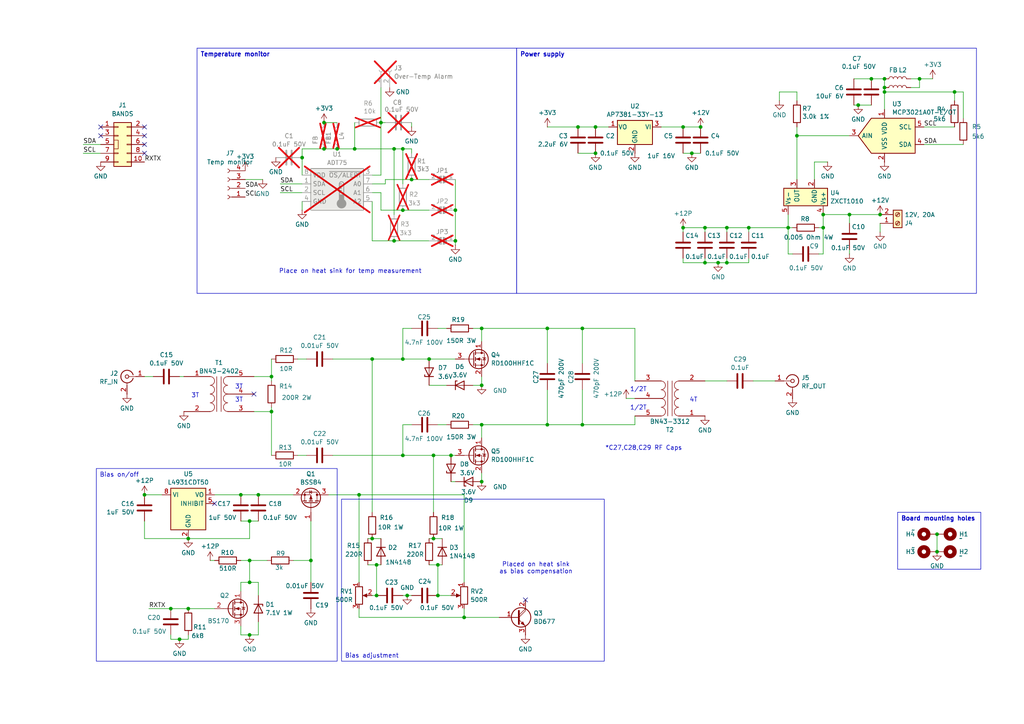
<source format=kicad_sch>
(kicad_sch (version 20231120) (generator "eeschema") (generator_version "8.0")
  (paper "A4")
  (title_block (title "K9HZ 100W 1-54 MHz 12V PA") (date "2024-07-21") (rev "V1.04") (comment 1 "Layout by OG King - KI3P") (comment 2 "Designed by WJ Schmidt - K9HZ") (comment 3 "Copyright 2024 WJ Schmidt - K9HZ"))
  (junction (at 54.61 156.21))
  (junction (at 238.76 66.04))
  (junction (at 78.74 119.38))
  (junction (at 116.84 132.08))
  (junction (at 210.82 76.2))
  (junction (at 54.61 176.53))
  (junction (at 200.66 44.45))
  (junction (at 228.6 66.04))
  (junction (at 72.39 168.91))
  (junction (at 97.79 43.18))
  (junction (at 93.98 43.18))
  (junction (at 124.46 104.14))
  (junction (at 49.53 176.53))
  (junction (at 204.47 66.04))
  (junction (at 119.38 52.07))
  (junction (at 134.62 179.07))
  (junction (at 266.7 22.86))
  (junction (at 271.78 154.94))
  (junction (at 116.84 43.18))
  (junction (at 255.27 62.23))
  (junction (at 72.39 162.56))
  (junction (at 90.17 162.56))
  (junction (at 172.72 36.83))
  (junction (at 217.17 66.04))
  (junction (at 252.73 22.86))
  (junction (at 198.12 66.04))
  (junction (at 41.91 143.51))
  (junction (at 125.73 132.08))
  (junction (at 127 172.72))
  (junction (at 276.86 26.67))
  (junction (at 52.07 185.42))
  (junction (at 78.74 109.22))
  (junction (at 167.64 36.83))
  (junction (at 110.49 35.56))
  (junction (at 132.08 69.85))
  (junction (at 69.85 143.51))
  (junction (at 125.73 156.21))
  (junction (at 109.22 172.72))
  (junction (at 116.84 60.96))
  (junction (at 210.82 66.04))
  (junction (at 168.91 95.25))
  (junction (at 118.11 172.72))
  (junction (at 238.76 62.23))
  (junction (at 139.7 111.76))
  (junction (at 139.7 95.25))
  (junction (at 158.75 95.25))
  (junction (at 246.38 62.23))
  (junction (at 102.87 43.18))
  (junction (at 168.91 123.19))
  (junction (at 127 163.83))
  (junction (at 271.78 160.02))
  (junction (at 104.14 143.51))
  (junction (at 72.39 151.13))
  (junction (at 139.7 123.19))
  (junction (at 208.28 76.2))
  (junction (at 109.22 163.83))
  (junction (at 139.7 139.7))
  (junction (at 132.08 60.96))
  (junction (at 107.95 104.14))
  (junction (at 114.3 43.18))
  (junction (at 198.12 36.83))
  (junction (at 130.81 132.08))
  (junction (at 256.54 25.4))
  (junction (at 204.47 76.2))
  (junction (at 203.2 36.83))
  (junction (at 231.14 39.37))
  (junction (at 114.3 69.85))
  (junction (at 248.92 30.48))
  (junction (at 93.98 35.56))
  (junction (at 158.75 123.19))
  (junction (at 256.54 26.67))
  (junction (at 256.54 22.86))
  (junction (at 74.93 143.51))
  (junction (at 107.95 156.21))
  (junction (at 87.63 45.72))
  (junction (at 172.72 44.45))
  (junction (at 116.84 104.14))
  (junction (at 72.39 184.15))
  (no_connect (at 41.91 39.37))
  (no_connect (at 73.66 114.3))
  (no_connect (at 152.4 173.99))
  (no_connect (at 29.21 39.37))
  (no_connect (at 29.21 36.83))
  (no_connect (at 41.91 41.91))
  (no_connect (at 41.91 36.83))
  (no_connect (at 41.91 44.45))
  (no_connect (at 62.23 146.05))
  (wire (pts (xy 110.49 60.96) (xy 116.84 60.96)))
  (wire (pts (xy 210.82 67.31) (xy 210.82 66.04)))
  (wire (pts (xy 107.95 156.21) (xy 110.49 156.21)))
  (wire (pts (xy 270.51 22.86) (xy 266.7 22.86)))
  (wire (pts (xy 158.75 95.25) (xy 139.7 95.25)))
  (wire (pts (xy 119.38 123.19) (xy 116.84 123.19)))
  (wire (pts (xy 228.6 73.66) (xy 228.6 66.04)))
  (wire (pts (xy 110.49 35.56) (xy 111.76 35.56)))
  (wire (pts (xy 218.44 110.49) (xy 224.79 110.49)))
  (wire (pts (xy 132.08 139.7) (xy 130.81 139.7)))
  (wire (pts (xy 198.12 44.45) (xy 200.66 44.45)))
  (wire (pts (xy 69.85 168.91) (xy 72.39 168.91)))
  (wire (pts (xy 78.74 118.11) (xy 78.74 119.38)))
  (wire (pts (xy 72.39 162.56) (xy 77.47 162.56)))
  (wire (pts (xy 81.28 55.88) (xy 87.63 55.88)))
  (wire (pts (xy 114.3 43.18) (xy 116.84 43.18)))
  (wire (pts (xy 69.85 143.51) (xy 74.93 143.51)))
  (wire (pts (xy 181.61 115.57) (xy 184.15 115.57)))
  (wire (pts (xy 217.17 66.04) (xy 228.6 66.04)))
  (wire (pts (xy 247.65 30.48) (xy 248.92 30.48)))
  (wire (pts (xy 198.12 36.83) (xy 203.2 36.83)))
  (wire (pts (xy 49.53 185.42) (xy 52.07 185.42)))
  (wire (pts (xy 102.87 35.56) (xy 102.87 43.18)))
  (wire (pts (xy 139.7 109.22) (xy 139.7 111.76)))
  (wire (pts (xy 116.84 60.96) (xy 124.46 60.96)))
  (wire (pts (xy 267.97 36.83) (xy 276.86 36.83)))
  (wire (pts (xy 110.49 35.56) (xy 110.49 50.8)))
  (wire (pts (xy 139.7 137.16) (xy 139.7 139.7)))
  (wire (pts (xy 226.06 26.67) (xy 226.06 29.21)))
  (wire (pts (xy 252.73 22.86) (xy 256.54 22.86)))
  (wire (pts (xy 256.54 25.4) (xy 256.54 26.67)))
  (wire (pts (xy 116.84 43.18) (xy 116.84 53.34)))
  (wire (pts (xy 69.85 151.13) (xy 72.39 151.13)))
  (wire (pts (xy 210.82 76.2) (xy 217.17 76.2)))
  (wire (pts (xy 106.68 163.83) (xy 109.22 163.83)))
  (wire (pts (xy 114.3 69.85) (xy 124.46 69.85)))
  (wire (pts (xy 107.95 55.88) (xy 110.49 55.88)))
  (wire (pts (xy 86.36 132.08) (xy 88.9 132.08)))
  (wire (pts (xy 72.39 151.13) (xy 74.93 151.13)))
  (wire (pts (xy 104.14 176.53) (xy 104.14 179.07)))
  (wire (pts (xy 130.81 132.08) (xy 125.73 132.08)))
  (wire (pts (xy 134.62 179.07) (xy 134.62 176.53)))
  (wire (pts (xy 228.6 66.04) (xy 229.87 66.04)))
  (wire (pts (xy 256.54 26.67) (xy 256.54 31.75)))
  (wire (pts (xy 74.93 184.15) (xy 74.93 180.34)))
  (wire (pts (xy 158.75 123.19) (xy 139.7 123.19)))
  (wire (pts (xy 231.14 36.83) (xy 231.14 39.37)))
  (wire (pts (xy 130.81 132.08) (xy 132.08 132.08)))
  (wire (pts (xy 246.38 62.23) (xy 255.27 62.23)))
  (wire (pts (xy 139.7 123.19) (xy 139.7 127)))
  (wire (pts (xy 184.15 123.19) (xy 168.91 123.19)))
  (wire (pts (xy 184.15 120.65) (xy 184.15 123.19)))
  (wire (pts (xy 116.84 123.19) (xy 116.84 132.08)))
  (wire (pts (xy 107.95 53.34) (xy 111.76 53.34)))
  (wire (pts (xy 107.95 104.14) (xy 96.52 104.14)))
  (wire (pts (xy 85.09 162.56) (xy 90.17 162.56)))
  (wire (pts (xy 41.91 151.13) (xy 41.91 156.21)))
  (wire (pts (xy 144.78 179.07) (xy 134.62 179.07)))
  (wire (pts (xy 44.45 109.22) (xy 41.91 109.22)))
  (wire (pts (xy 217.17 67.31) (xy 217.17 66.04)))
  (wire (pts (xy 78.74 119.38) (xy 73.66 119.38)))
  (wire (pts (xy 137.16 95.25) (xy 139.7 95.25)))
  (wire (pts (xy 90.17 151.13) (xy 90.17 162.56)))
  (wire (pts (xy 198.12 66.04) (xy 204.47 66.04)))
  (wire (pts (xy 210.82 74.93) (xy 210.82 76.2)))
  (wire (pts (xy 78.74 119.38) (xy 78.74 132.08)))
  (wire (pts (xy 125.73 148.59) (xy 125.73 132.08)))
  (wire (pts (xy 109.22 172.72) (xy 107.95 172.72)))
  (wire (pts (xy 139.7 95.25) (xy 139.7 99.06)))
  (wire (pts (xy 109.22 163.83) (xy 110.49 163.83)))
  (wire (pts (xy 93.98 35.56) (xy 97.79 35.56)))
  (wire (pts (xy 198.12 76.2) (xy 204.47 76.2)))
  (wire (pts (xy 104.14 179.07) (xy 134.62 179.07)))
  (wire (pts (xy 198.12 74.93) (xy 198.12 76.2)))
  (wire (pts (xy 78.74 109.22) (xy 73.66 109.22)))
  (wire (pts (xy 236.22 52.07) (xy 236.22 46.99)))
  (wire (pts (xy 210.82 66.04) (xy 217.17 66.04)))
  (wire (pts (xy 107.95 50.8) (xy 110.49 50.8)))
  (wire (pts (xy 204.47 66.04) (xy 210.82 66.04)))
  (wire (pts (xy 167.64 36.83) (xy 158.75 36.83)))
  (wire (pts (xy 49.53 184.15) (xy 49.53 185.42)))
  (wire (pts (xy 43.18 176.53) (xy 49.53 176.53)))
  (wire (pts (xy 248.92 30.48) (xy 252.73 30.48)))
  (wire (pts (xy 266.7 25.4) (xy 264.16 25.4)))
  (wire (pts (xy 246.38 72.39) (xy 246.38 73.66)))
  (wire (pts (xy 231.14 29.21) (xy 231.14 26.67)))
  (wire (pts (xy 24.13 44.45) (xy 29.21 44.45)))
  (wire (pts (xy 52.07 185.42) (xy 54.61 185.42)))
  (wire (pts (xy 127 95.25) (xy 129.54 95.25)))
  (wire (pts (xy 69.85 162.56) (xy 72.39 162.56)))
  (wire (pts (xy 119.38 43.18) (xy 119.38 44.45)))
  (wire (pts (xy 107.95 148.59) (xy 107.95 104.14)))
  (wire (pts (xy 184.15 95.25) (xy 168.91 95.25)))
  (wire (pts (xy 24.13 41.91) (xy 29.21 41.91)))
  (wire (pts (xy 69.85 184.15) (xy 72.39 184.15)))
  (wire (pts (xy 78.74 110.49) (xy 78.74 109.22)))
  (wire (pts (xy 72.39 162.56) (xy 72.39 168.91)))
  (wire (pts (xy 217.17 76.2) (xy 217.17 74.93)))
  (wire (pts (xy 81.28 53.34) (xy 87.63 53.34)))
  (wire (pts (xy 72.39 156.21) (xy 54.61 156.21)))
  (wire (pts (xy 198.12 66.04) (xy 198.12 67.31)))
  (wire (pts (xy 191.77 36.83) (xy 198.12 36.83)))
  (wire (pts (xy 116.84 95.25) (xy 116.84 104.14)))
  (wire (pts (xy 72.39 184.15) (xy 74.93 184.15)))
  (wire (pts (xy 137.16 111.76) (xy 139.7 111.76)))
  (wire (pts (xy 127 163.83) (xy 128.27 163.83)))
  (wire (pts (xy 130.81 172.72) (xy 127 172.72)))
  (wire (pts (xy 132.08 60.96) (xy 132.08 69.85)))
  (wire (pts (xy 119.38 35.56) (xy 119.38 36.83)))
  (wire (pts (xy 104.14 143.51) (xy 134.62 143.51)))
  (wire (pts (xy 95.25 143.51) (xy 104.14 143.51)))
  (wire (pts (xy 176.53 36.83) (xy 172.72 36.83)))
  (wire (pts (xy 124.46 104.14) (xy 132.08 104.14)))
  (wire (pts (xy 231.14 26.67) (xy 226.06 26.67)))
  (wire (pts (xy 111.76 52.07) (xy 119.38 52.07)))
  (wire (pts (xy 54.61 176.53) (xy 62.23 176.53)))
  (wire (pts (xy 124.46 163.83) (xy 127 163.83)))
  (wire (pts (xy 247.65 22.86) (xy 252.73 22.86)))
  (wire (pts (xy 62.23 143.51) (xy 69.85 143.51)))
  (wire (pts (xy 78.74 104.14) (xy 78.74 109.22)))
  (wire (pts (xy 116.84 43.18) (xy 119.38 43.18)))
  (wire (pts (xy 168.91 123.19) (xy 158.75 123.19)))
  (wire (pts (xy 97.79 43.18) (xy 102.87 43.18)))
  (wire (pts (xy 264.16 22.86) (xy 266.7 22.86)))
  (wire (pts (xy 86.36 104.14) (xy 88.9 104.14)))
  (wire (pts (xy 110.49 25.4) (xy 110.49 35.56)))
  (wire (pts (xy 69.85 181.61) (xy 69.85 184.15)))
  (wire (pts (xy 238.76 73.66) (xy 238.76 66.04)))
  (wire (pts (xy 276.86 26.67) (xy 279.4 26.67)))
  (wire (pts (xy 116.84 132.08) (xy 96.52 132.08)))
  (wire (pts (xy 41.91 156.21) (xy 54.61 156.21)))
  (wire (pts (xy 116.84 132.08) (xy 125.73 132.08)))
  (wire (pts (xy 271.78 154.94) (xy 271.78 160.02)))
  (wire (pts (xy 116.84 172.72) (xy 118.11 172.72)))
  (wire (pts (xy 71.12 52.07) (xy 76.2 52.07)))
  (wire (pts (xy 236.22 46.99) (xy 240.03 46.99)))
  (wire (pts (xy 54.61 185.42) (xy 54.61 184.15)))
  (wire (pts (xy 127 123.19) (xy 129.54 123.19)))
  (wire (pts (xy 74.93 168.91) (xy 74.93 172.72)))
  (wire (pts (xy 267.97 41.91) (xy 279.4 41.91)))
  (wire (pts (xy 41.91 143.51) (xy 46.99 143.51)))
  (wire (pts (xy 109.22 163.83) (xy 109.22 172.72)))
  (wire (pts (xy 204.47 76.2) (xy 208.28 76.2)))
  (wire (pts (xy 119.38 95.25) (xy 116.84 95.25)))
  (wire (pts (xy 229.87 73.66) (xy 228.6 73.66)))
  (wire (pts (xy 87.63 43.18) (xy 87.63 45.72)))
  (wire (pts (xy 69.85 171.45) (xy 69.85 168.91)))
  (wire (pts (xy 74.93 143.51) (xy 85.09 143.51)))
  (wire (pts (xy 246.38 62.23) (xy 246.38 64.77)))
  (wire (pts (xy 204.47 74.93) (xy 204.47 76.2)))
  (wire (pts (xy 111.76 53.34) (xy 111.76 52.07)))
  (wire (pts (xy 49.53 176.53) (xy 54.61 176.53)))
  (wire (pts (xy 266.7 22.86) (xy 266.7 25.4)))
  (wire (pts (xy 238.76 66.04) (xy 238.76 62.23)))
  (wire (pts (xy 184.15 110.49) (xy 184.15 95.25)))
  (wire (pts (xy 90.17 162.56) (xy 90.17 168.91)))
  (wire (pts (xy 168.91 113.03) (xy 168.91 123.19)))
  (wire (pts (xy 255.27 64.77) (xy 255.27 67.31)))
  (wire (pts (xy 279.4 26.67) (xy 279.4 34.29)))
  (wire (pts (xy 208.28 76.2) (xy 210.82 76.2)))
  (wire (pts (xy 276.86 26.67) (xy 276.86 29.21)))
  (wire (pts (xy 167.64 44.45) (xy 172.72 44.45)))
  (wire (pts (xy 127 163.83) (xy 127 172.72)))
  (wire (pts (xy 129.54 111.76) (xy 124.46 111.76)))
  (wire (pts (xy 124.46 156.21) (xy 125.73 156.21)))
  (wire (pts (xy 72.39 168.91) (xy 74.93 168.91)))
  (wire (pts (xy 125.73 156.21) (xy 128.27 156.21)))
  (wire (pts (xy 60.96 162.56) (xy 62.23 162.56)))
  (wire (pts (xy 134.62 143.51) (xy 134.62 168.91)))
  (wire (pts (xy 238.76 62.23) (xy 246.38 62.23)))
  (wire (pts (xy 93.98 43.18) (xy 97.79 43.18)))
  (wire (pts (xy 114.3 62.23) (xy 114.3 43.18)))
  (wire (pts (xy 87.63 58.42) (xy 87.63 60.96)))
  (wire (pts (xy 237.49 73.66) (xy 238.76 73.66)))
  (wire (pts (xy 231.14 39.37) (xy 246.38 39.37)))
  (wire (pts (xy 237.49 66.04) (xy 238.76 66.04)))
  (wire (pts (xy 256.54 22.86) (xy 256.54 25.4)))
  (wire (pts (xy 172.72 36.83) (xy 167.64 36.83)))
  (wire (pts (xy 102.87 43.18) (xy 114.3 43.18)))
  (wire (pts (xy 132.08 52.07) (xy 132.08 60.96)))
  (wire (pts (xy 93.98 43.18) (xy 87.63 43.18)))
  (wire (pts (xy 107.95 58.42) (xy 107.95 69.85)))
  (wire (pts (xy 107.95 69.85) (xy 114.3 69.85)))
  (wire (pts (xy 106.68 156.21) (xy 107.95 156.21)))
  (wire (pts (xy 116.84 104.14) (xy 124.46 104.14)))
  (wire (pts (xy 204.47 110.49) (xy 210.82 110.49)))
  (wire (pts (xy 110.49 55.88) (xy 110.49 60.96)))
  (wire (pts (xy 107.95 104.14) (xy 116.84 104.14)))
  (wire (pts (xy 168.91 95.25) (xy 168.91 105.41)))
  (wire (pts (xy 158.75 113.03) (xy 158.75 123.19)))
  (wire (pts (xy 204.47 67.31) (xy 204.47 66.04)))
  (wire (pts (xy 168.91 95.25) (xy 158.75 95.25)))
  (wire (pts (xy 158.75 95.25) (xy 158.75 105.41)))
  (wire (pts (xy 228.6 66.04) (xy 228.6 62.23)))
  (wire (pts (xy 119.38 52.07) (xy 124.46 52.07)))
  (wire (pts (xy 52.07 109.22) (xy 53.34 109.22)))
  (wire (pts (xy 256.54 26.67) (xy 276.86 26.67)))
  (wire (pts (xy 87.63 45.72) (xy 87.63 50.8)))
  (wire (pts (xy 104.14 143.51) (xy 104.14 168.91)))
  (wire (pts (xy 132.08 69.85) (xy 132.08 71.12)))
  (wire (pts (xy 231.14 39.37) (xy 231.14 52.07)))
  (wire (pts (xy 137.16 123.19) (xy 139.7 123.19)))
  (wire (pts (xy 118.11 172.72) (xy 119.38 172.72)))
  (wire (pts (xy 200.66 44.45) (xy 203.2 44.45)))
  (wire (pts (xy 72.39 151.13) (xy 72.39 156.21)))
  (text_box "Temperature monitor" (at 57.15 13.97 0) (size 92.71 71.12) (effects (font (size 1.27 1.27) (thickness 0.254) (bold yes)) (justify left top)))
  (text_box "Bias on/off" (at 27.94 135.89 0) (size 69.85 55.88) (effects (font (size 1.27 1.27)) (justify left top)))
  (text_box "Power supply" (at 149.86 13.97 0) (size 133.35 71.12) (effects (font (size 1.27 1.27) (thickness 0.254) (bold yes)) (justify left top)))
  (text_box "Bias adjustment" (at 99.06 144.78 0) (size 76.2 46.99) (effects (font (size 1.27 1.27)) (justify left bottom)))
  (text_box "Board mounting holes" (at 260.35 148.59 0) (size 24.13 16.51) (effects (font (size 1.27 1.27) (thickness 0.254) (bold yes)) (justify left top)))
  (text "4T" (at 201.168 116.078 0) (effects (font (size 1.27 1.27))))
  (text "Place on heat sink for temp measurement" (at 101.6 78.74 0) (effects (font (size 1.27 1.27))))
  (text "3T" (at 56.642 114.808 0) (effects (font (size 1.27 1.27))))
  (text "*C27,C28,C29 RF Caps" (at 186.69 130.048 0) (effects (font (size 1.27 1.27))))
  (text "1/2T" (at 185.166 118.364 0) (effects (font (size 1.27 1.27))))
  (text "Placed on heat sink\nas bias compensation" (at 155.448 164.846 0) (effects (font (size 1.27 1.27))))
  (text "3T" (at 69.342 112.268 0) (effects (font (size 1.27 1.27))))
  (text "3T" (at 69.342 116.078 0) (effects (font (size 1.27 1.27))))
  (text "1/2T" (at 185.166 113.03 0) (effects (font (size 1.27 1.27))))
  (label "SCL" (at 267.97 36.83 0))
  (label "SDA" (at 24.13 41.91 0))
  (label "SCL" (at 71.12 57.15 0))
  (label "SDA" (at 71.12 54.61 0))
  (label "RXTX" (at 41.91 46.99 0))
  (label "SDA" (at 267.97 41.91 0))
  (label "SCL" (at 81.28 55.88 0))
  (label "RXTX" (at 43.18 176.53 0))
  (label "SCL" (at 24.13 44.45 0))
  (label "SDA" (at 81.28 53.34 0))
  (symbol (lib_id "power:GND") (at 36.83 114.3 0) (unit 1)
    (property "Reference" "#PWR023" (effects (hide yes)))
    (property "Value" "GND" (at 36.83 118.4331 0))
    (property "Description" "Power symbol creates a global label with name \"GND\" , ground" (effects (hide yes)))
  )
  (symbol (lib_id "power:GND") (at 208.28 76.2 0) (unit 1)
    (property "Reference" "#PWR021" (effects (hide yes)))
    (property "Value" "GND" (at 208.28 80.3331 0))
    (property "Description" "Power symbol creates a global label with name \"GND\" , ground" (effects (hide yes)))
  )
  (symbol (lib_id "Device:R") (at 276.86 33.02 0) (unit 1)
    (property "Reference" "R4" (at 274.3779 31.6899 0) (effects (justify right)))
    (property "Value" "5k6" (at 274.3779 34.4839 0) (effects (justify right)))
    (property "Footprint" "Resistor_SMD:R_1206_3216Metric" (effects (hide yes)))
    (property "Mouser Part Number" "279-CRGCQ1206F5K6" (effects (hide yes)))
  )
  (symbol (lib_id "power:GND") (at 113.03 25.4 0) (unit 1)
    (property "Reference" "#PWR014" (effects (hide yes)))
    (property "Value" "GND" (at 116.84 26.67 0))
    (property "Description" "Power symbol creates a global label with name \"GND\" , ground" (effects (hide yes)))
  )
  (symbol (lib_id "power:GND") (at 256.54 46.99 0) (unit 1)
    (property "Reference" "#PWR011" (effects (hide yes)))
    (property "Value" "GND" (at 256.54 51.1231 0))
    (property "Description" "Power symbol creates a global label with name \"GND\" , ground" (effects (hide yes)))
  )
  (symbol (lib_id "power:GND") (at 90.17 176.53 0) (unit 1)
    (property "Reference" "#PWR027" (effects (hide yes)))
    (property "Value" "GND" (at 90.17 180.6631 0))
    (property "Description" "Power symbol creates a global label with name \"GND\" , ground" (effects (hide yes)))
  )
  (symbol (lib_id "Device:R") (at 133.35 95.25 270) (mirror x) (unit 1)
    (property "Reference" "R19" (at 134.874 92.71 90) (effects (justify right)))
    (property "Value" "150R 3W" (at 138.176 98.806 90) (effects (justify right)))
    (property "Footprint" "Resistor_THT:R_Axial_DIN0614_L14.3mm_D5.7mm_P25.40mm_Horizontal" (effects (hide yes)))
    (property "Mouser Part Number" "279-EP3WSS150RJ" (effects (hide yes)))
  )
  (symbol (lib_id "Mechanical:MountingHole_Pad") (at 274.32 154.94 270) (unit 1) (in_bom no)
    (property "Reference" "H1" (at 278.13 154.94 90) (effects (justify left)))
    (property "Value" "~" (at 278.13 156.1521 90) (effects (justify left)))
    (property "Footprint" "MountingHole:MountingHole_4.3mm_M4_DIN965_Pad" (effects (hide yes)))
  )
  (symbol (lib_id "Device:C") (at 123.19 123.19 270) (unit 1)
    (property "Reference" "C26" (at 124.968 119.888 90) (effects (justify right)))
    (property "Value" "4.7nF 100V" (at 128.524 127.254 90) (effects (justify right)))
    (property "Footprint" "Capacitor_SMD:C_1206_3216Metric" (effects (hide yes)))
    (property "Mouser Part Number" "80-C1206C472K5R " (effects (hide yes)))
  )
  (symbol (lib_id "T41:L4931CDT50") (at 54.61 143.51 0) (unit 1)
    (property "Reference" "U5" (at 54.61 137.4605 0))
    (property "Value" "L4931CDT50" (at 54.61 139.8848 0))
    (property "Footprint" "Package_SO:SO-8_3.9x4.9mm_P1.27mm" (effects (hide yes)))
    (property "Datasheet" "https://www.st.com/content/ccc/resource/technical/document/datasheet/ff/95/2f/6a/75/70/42/49/CD00000971.pdf/files/CD00000971.pdf/jcr:content/translations/en.CD00000971.pdf" (effects (hide yes)))
    (property "Description" "Very low drop voltage regulator" (effects (hide yes)))
    (property "Mouser Part Number" "511-L4931CDT50-TR" (effects (hide yes)))
  )
  (symbol (lib_id "Connector:Screw_Terminal_01x02") (at 260.35 64.77 0) (mirror x) (unit 1)
    (property "Reference" "J4" (at 262.382 64.7121 0) (effects (justify left)))
    (property "Value" "12V, 20A" (at 262.382 62.2879 0) (effects (justify left)))
    (property "Footprint" "TerminalBlock:TerminalBlock_bornier-2_P5.08mm" (effects (hide yes)))
  )
  (symbol (lib_id "Jumper:SolderJumper_2_Open") (at 128.27 69.85 0) (mirror y) (unit 1) (in_bom no) (on_board no) (dnp yes)
    (property "Reference" "JP3" (at 128.27 67.2409 0))
    (property "Value" "SolderJumper_2_Open" (effects (hide yes)))
    (property "Footprint" "Jumper:SolderJumper-2_P1.3mm_Open_TrianglePad1.0x1.5mm" (effects (hide yes)))
  )
  (symbol (lib_id "Diode:1N4148") (at 110.49 160.02 270) (unit 1)
    (property "Reference" "D2" (at 112.522 158.8078 90) (effects (justify left)))
    (property "Value" "1N4148" (at 111.76 163.068 90) (effects (justify left)))
    (property "Footprint" "Diode_SMD:D_SOD-523" (effects (hide yes)))
    (property "Datasheet" "https://assets.nexperia.com/documents/data-sheet/1N4148_1N4448.pdf" (effects (hide yes)))
    (property "Description" "100V 0.15A standard switching diode, DO-35" (effects (hide yes)))
    (property "Sim.Device" "D" (effects (hide yes)))
    (property "Sim.Pins" "1=K 2=A" (effects (hide yes)))
    (property "Mouser Part Number" "621-1N4148WT" (effects (hide yes)))
  )
  (symbol (lib_id "Device:R") (at 106.68 160.02 180) (unit 1)
    (property "Reference" "R15" (at 100.584 158.242 0) (effects (justify right)))
    (property "Value" "220R" (at 100.076 160.782 0) (effects (justify right)))
    (property "Footprint" "Resistor_SMD:R_1206_3216Metric" (effects (hide yes)))
    (property "Mouser Part Number" "279-CRG1206F220R" (effects (hide yes)))
  )
  (symbol (lib_id "Device:C") (at 123.19 95.25 270) (unit 1)
    (property "Reference" "C25" (at 124.968 91.948 90) (effects (justify right)))
    (property "Value" "4.7nF 100V" (at 128.524 99.314 90) (effects (justify right)))
    (property "Footprint" "Capacitor_SMD:C_1206_3216Metric" (effects (hide yes)))
    (property "Mouser Part Number" "80-C1206C472K5R " (effects (hide yes)))
  )
  (symbol (lib_id "Device:C") (at 204.47 71.12 0) (unit 1)
    (property "Reference" "C13" (at 209.042 68.326 0) (effects (justify right)))
    (property "Value" "0.1uF" (at 210.566 74.422 0) (effects (justify right)))
    (property "Footprint" "Capacitor_SMD:C_1206_3216Metric" (effects (hide yes)))
    (property "Mouser Part Number" "581-12065F104K4" (effects (hide yes)))
  )
  (symbol (lib_id "Device:R") (at 231.14 33.02 0) (mirror y) (unit 1)
    (property "Reference" "R7" (at 232.664 31.496 0) (effects (justify right)))
    (property "Value" "3.0k 1%" (at 232.664 33.782 0) (effects (justify right)))
    (property "Footprint" "Resistor_SMD:R_1206_3216Metric" (effects (hide yes)))
    (property "Mouser Part Number" "603-RT1206FRE073KL" (effects (hide yes)))
  )
  (symbol (lib_id "Device:C") (at 92.71 104.14 90) (unit 1)
    (property "Reference" "C21" (at 92.71 97.8367 90))
    (property "Value" "0.01uF 50V" (at 92.71 100.2609 90))
    (property "Footprint" "Capacitor_SMD:C_1206_3216Metric" (effects (hide yes)))
    (property "Mouser Part Number" "80-C1206C103K5R7210 " (effects (hide yes)))
  )
  (symbol (lib_id "T41:ADT75") (at 95.25 53.34 0) (unit 1) (in_bom no) (on_board no) (dnp yes)
    (property "Reference" "U1" (at 97.79 44.7505 0))
    (property "Value" "ADT75" (at 97.79 47.1748 0))
    (property "Footprint" "Package_SO:MSOP-8_3x3mm_P0.65mm" (effects (hide yes)))
    (property "Datasheet" "https://www.analog.com/media/en/technical-documentation/data-sheets/ADT75.pdf" (effects (hide yes)))
    (property "Description" "±1°C Accurate, 12-Bit Digital Temperature Sensor" (effects (hide yes)))
    (property "Mouser Part Number" "584-ADT75ARMZ-R" (effects (hide yes)))
  )
  (symbol (lib_id "Device:C") (at 90.17 172.72 180) (unit 1)
    (property "Reference" "C19" (at 91.44 175.514 0) (effects (justify right)))
    (property "Value" "0.01uF 50V" (at 82.804 169.926 0) (effects (justify right)))
    (property "Footprint" "Capacitor_SMD:C_1206_3216Metric" (effects (hide yes)))
    (property "Mouser Part Number" "80-C1206C103K5R7210 " (effects (hide yes)))
  )
  (symbol (lib_id "Device:C") (at 113.03 172.72 90) (unit 1)
    (property "Reference" "C23" (at 113.538 168.91 90))
    (property "Value" "0.1uF 50V" (at 112.014 176.276 90))
    (property "Footprint" "Capacitor_SMD:C_1206_3216Metric" (effects (hide yes)))
    (property "Mouser Part Number" "581-12065F104K4" (effects (hide yes)))
  )
  (symbol (lib_id "power:+12P") (at 198.12 66.04 0) (unit 1)
    (property "Reference" "#PWR022" (effects (hide yes)))
    (property "Value" "+12P" (at 198.12 61.9069 0))
    (property "Description" "Power symbol creates a global label with name \"+12P\"" (effects (hide yes)))
  )
  (symbol (lib_id "Device:C") (at 49.53 180.34 0) (mirror x) (unit 1)
    (property "Reference" "C20" (at 46.609 179.1278 0) (effects (justify right)))
    (property "Value" "0.1uF 50V" (at 48.26 183.134 0) (effects (justify right)))
    (property "Footprint" "Capacitor_SMD:C_1206_3216Metric" (effects (hide yes)))
    (property "Mouser Part Number" "581-12065F104K4" (effects (hide yes)))
  )
  (symbol (lib_id "Device:Q_NMOS_DSG") (at 137.16 104.14 0) (unit 1)
    (property "Reference" "Q4" (at 142.367 102.9278 0) (effects (justify left)))
    (property "Value" "RD100HHF1C" (at 142.367 105.3521 0) (effects (justify left)))
    (property "Footprint" "T41_Library:RD100HHF1-suspended" (effects (hide yes)))
    (property "Description" "N-MOSFET transistor, drain/source/gate" (effects (hide yes)))
  )
  (symbol (lib_id "Device:R") (at 82.55 104.14 90) (mirror x) (unit 1)
    (property "Reference" "R12" (at 81.026 101.6 90) (effects (justify right)))
    (property "Value" "10R" (at 81.026 106.934 90) (effects (justify right)))
    (property "Footprint" "Resistor_SMD:R_1206_3216Metric" (effects (hide yes)))
    (property "Mouser Part Number" "279-CRG1206F10R" (effects (hide yes)))
  )
  (symbol (lib_id "Transistor_FET:BSS84") (at 90.17 146.05 270) (mirror x) (unit 1)
    (property "Reference" "Q1" (at 90.17 137.4605 90))
    (property "Value" "BSS84" (at 90.17 139.8848 90))
    (property "Footprint" "Package_TO_SOT_SMD:SOT-23" (effects (hide yes)))
    (property "Datasheet" "http://assets.nexperia.com/documents/data-sheet/BSS84.pdf" (effects (hide yes)))
    (property "Description" "-0.13A Id, -50V Vds, P-Channel MOSFET, SOT-23" (effects (hide yes)))
    (property "Mouser Part Number" "512-BSS84" (effects (hide yes)))
  )
  (symbol (lib_id "Connector:Conn_Coaxial") (at 229.87 110.49 0) (unit 1)
    (property "Reference" "J5" (at 232.4101 109.5711 0) (effects (justify left)))
    (property "Value" "RF_OUT" (at 232.4101 111.9953 0) (effects (justify left)))
    (property "Footprint" "Connector_Coaxial:SMA_Amphenol_901-144_Vertical" (effects (hide yes)))
  )
  (symbol (lib_id "T41:MCP3021A0T-E/OT") (at 256.54 39.37 0) (unit 1)
    (property "Reference" "U3" (at 258.7341 30.1455 0) (effects (justify left)))
    (property "Value" "MCP3021A0T-E/OT" (at 258.7341 32.5698 0) (effects (justify left)))
    (property "Footprint" "Package_TO_SOT_SMD:SOT-23-5_HandSoldering" (effects (hide yes)))
    (property "Datasheet" "https://ww1.microchip.com/downloads/aemDocuments/documents/APID/ProductDocuments/DataSheets/20001805C.pdf" (effects (hide yes)))
    (property "Description" "10-Bit A/D Converter with I2C Interface" (effects (hide yes)))
    (property "Mouser Part Number" "579-MCP3021A0T-E/OT" (effects (hide yes)))
  )
  (symbol (lib_id "Device:R") (at 119.38 48.26 0) (mirror y) (unit 1) (in_bom no) (on_board no) (dnp yes)
    (property "Reference" "R1" (at 120.904 46.736 0) (effects (justify right)))
    (property "Value" "3k3" (at 120.904 49.022 0) (effects (justify right)))
    (property "Footprint" "Resistor_SMD:R_1206_3216Metric" (effects (hide yes)))
    (property "Mouser Part Number" "279-CRGCQ1206F3K3" (effects (hide yes)))
  )
  (symbol (lib_id "Device:R") (at 279.4 38.1 0) (mirror y) (unit 1)
    (property "Reference" "R5" (at 281.8821 36.7699 0) (effects (justify right)))
    (property "Value" "5k6" (at 281.8821 39.5639 0) (effects (justify right)))
    (property "Footprint" "Resistor_SMD:R_1206_3216Metric" (effects (hide yes)))
    (property "Mouser Part Number" "279-CRGCQ1206F5K6" (effects (hide yes)))
  )
  (symbol (lib_id "Device:R") (at 233.68 66.04 90) (mirror x) (unit 1)
    (property "Reference" "R8" (at 232.156 63.5 90) (effects (justify right)))
    (property "Value" "0.005 Ohm 4W" (at 227.33 68.834 90) (effects (justify right)))
    (property "Footprint" "Resistor_SMD:R_2010_5025Metric_Pad1.40x2.65mm_HandSolder" (effects (hide yes)))
    (property "Mouser Part Number" "755-GMR50HJAAFD5L00" (effects (hide yes)))
  )
  (symbol (lib_id "Device:C") (at 123.19 172.72 90) (unit 1)
    (property "Reference" "C24" (at 123.19 168.656 90))
    (property "Value" "0.1uF 50V" (at 126.746 176.276 90))
    (property "Footprint" "Capacitor_SMD:C_1206_3216Metric" (effects (hide yes)))
    (property "Mouser Part Number" "581-12065F104K4" (effects (hide yes)))
  )
  (symbol (lib_id "power:GND") (at 139.7 111.76 0) (unit 1)
    (property "Reference" "#PWR038" (effects (hide yes)))
    (property "Value" "GND" (at 145.034 113.284 0))
    (property "Description" "Power symbol creates a global label with name \"GND\" , ground" (effects (hide yes)))
  )
  (symbol (lib_id "power:GND") (at 52.07 185.42 0) (unit 1)
    (property "Reference" "#PWR030" (effects (hide yes)))
    (property "Value" "GND" (at 52.07 189.5531 0))
    (property "Description" "Power symbol creates a global label with name \"GND\" , ground" (effects (hide yes)))
  )
  (symbol (lib_id "power:GND") (at 184.15 44.45 0) (unit 1)
    (property "Reference" "#PWR04" (effects (hide yes)))
    (property "Value" "GND" (at 184.15 48.5831 0))
    (property "Description" "Power symbol creates a global label with name \"GND\" , ground" (effects (hide yes)))
  )
  (symbol (lib_id "Device:L") (at 97.79 39.37 0) (mirror y) (unit 1) (in_bom no) (on_board no) (dnp yes)
    (property "Reference" "L4" (at 99.06 40.64 90) (effects (justify left)))
    (property "Value" "FB" (at 95.25 41.91 90) (effects (justify left)))
    (property "Footprint" "Inductor_SMD:L_1206_3216Metric_Pad1.22x1.90mm_HandSolder" (effects (hide yes)))
    (property "Mouser Part Number" "875-HZ1206E601R-10" (effects (hide yes)))
  )
  (symbol (lib_id "Device:R") (at 114.3 66.04 0) (mirror y) (unit 1) (in_bom no) (on_board no) (dnp yes)
    (property "Reference" "R3" (at 116.078 65.024 0) (effects (justify right)))
    (property "Value" "3k3" (at 115.824 67.564 0) (effects (justify right)))
    (property "Footprint" "Resistor_SMD:R_1206_3216Metric" (effects (hide yes)))
    (property "Mouser Part Number" "279-CRGCQ1206F3K3" (effects (hide yes)))
  )
  (symbol (lib_id "Device:Transformer_1P_SS") (at 63.5 114.3 0) (unit 1)
    (property "Reference" "T1" (at 63.5127 105.2024 0))
    (property "Value" "BN43-2402" (at 63.5127 107.6267 0))
    (property "Footprint" "T41_Library:Toroid_6Pin_BN-43-2402_7mm_6.2mm" (effects (hide yes)))
    (property "Description" "Transformer, single primary, split secondary" (effects (hide yes)))
  )
  (symbol (lib_id "power:GND") (at 53.34 119.38 0) (unit 1)
    (property "Reference" "#PWR032" (effects (hide yes)))
    (property "Value" "GND" (at 53.34 123.5131 0))
    (property "Description" "Power symbol creates a global label with name \"GND\" , ground" (effects (hide yes)))
  )
  (symbol (lib_id "power:+12V") (at 203.2 36.83 0) (unit 1)
    (property "Reference" "#PWR07" (effects (hide yes)))
    (property "Value" "+12V" (at 203.2 32.6969 0))
    (property "Description" "Power symbol creates a global label with name \"+12V\"" (effects (hide yes)))
  )
  (symbol (lib_id "Device:C") (at 214.63 110.49 90) (unit 1)
    (property "Reference" "C29" (at 214.63 104.1865 90))
    (property "Value" "0.1uF" (at 214.63 106.6108 90))
    (property "Footprint" "Capacitor_SMD:C_1812_4532Metric_Pad1.57x3.40mm_HandSolder" (effects (hide yes)))
    (property "Mouser Part Number" "581-200B104MWN50XT" (effects (hide yes)))
  )
  (symbol (lib_id "power:GND") (at 240.03 46.99 0) (unit 1)
    (property "Reference" "#PWR017" (effects (hide yes)))
    (property "Value" "GND" (at 240.03 51.1231 0))
    (property "Description" "Power symbol creates a global label with name \"GND\" , ground" (effects (hide yes)))
  )
  (symbol (lib_id "power:GND") (at 87.63 60.96 0) (unit 1)
    (property "Reference" "#PWR03" (effects (hide yes)))
    (property "Value" "GND" (at 87.63 65.0931 0))
    (property "Description" "Power symbol creates a global label with name \"GND\" , ground" (effects (hide yes)))
  )
  (symbol (lib_id "power:GND") (at 132.08 71.12 0) (unit 1)
    (property "Reference" "#PWR01" (effects (hide yes)))
    (property "Value" "GND" (at 132.08 75.2531 0))
    (property "Description" "Power symbol creates a global label with name \"GND\" , ground" (effects (hide yes)))
  )
  (symbol (lib_id "Device:R") (at 82.55 132.08 90) (mirror x) (unit 1)
    (property "Reference" "R13" (at 80.772 129.794 90) (effects (justify right)))
    (property "Value" "10R" (at 80.772 134.62 90) (effects (justify right)))
    (property "Footprint" "Resistor_SMD:R_1206_3216Metric" (effects (hide yes)))
    (property "Mouser Part Number" "279-CRG1206F10R" (effects (hide yes)))
  )
  (symbol (lib_id "Transistor_FET:BS170") (at 67.31 176.53 0) (unit 1)
    (property "Reference" "Q2" (at 63.754 172.72 0) (effects (justify left)))
    (property "Value" "BS170" (at 60.198 180.086 0) (effects (justify left)))
    (property "Footprint" "Package_TO_SOT_THT:TO-92_Inline" (effects (hide yes)))
    (property "Datasheet" "https://www.onsemi.com/pub/Collateral/BS170-D.PDF" (effects (hide yes)))
    (property "Description" "0.5A Id, 60V Vds, N-Channel MOSFET, TO-92" (effects (hide yes)))
    (property "Mouser Part Number" "512-BS170" (effects (hide yes)))
  )
  (symbol (lib_id "Device:D_Zener") (at 74.93 176.53 270) (unit 1)
    (property "Reference" "D1" (at 76.962 175.3178 90) (effects (justify left)))
    (property "Value" "7.1V 1W" (at 76.962 177.7421 90) (effects (justify left)))
    (property "Footprint" "Diode_SMD:D_SOD-323_HandSoldering" (effects (hide yes)))
    (property "Description" "Zener diode" (effects (hide yes)))
    (property "Mouser Part Number" "755-UFZVTE-177.5B" (effects (hide yes)))
  )
  (symbol (lib_id "Device:D_Zener") (at 135.89 139.7 0) (mirror x) (unit 1)
    (property "Reference" "D9" (at 135.89 145.1145 0))
    (property "Value" "3.6V" (at 135.89 142.6902 0))
    (property "Footprint" "Diode_THT:D_DO-35_SOD27_P7.62mm_Horizontal" (effects (hide yes)))
    (property "Datasheet" "https://diotec.com/request/datasheet/zpd1-2p.pdf" (effects (hide yes)))
    (property "Description" "Zener diode" (effects (hide yes)))
    (property "Mouser Part Number" "637-ZPD3B6" (effects (hide yes)))
  )
  (symbol (lib_id "power:GND") (at 118.11 172.72 0) (unit 1)
    (property "Reference" "#PWR033" (effects (hide yes)))
    (property "Value" "GND" (at 118.11 170.434 0))
    (property "Description" "Power symbol creates a global label with name \"GND\" , ground" (effects (hide yes)))
  )
  (symbol (lib_id "power:GND") (at 139.7 139.7 0) (unit 1)
    (property "Reference" "#PWR035" (effects (hide yes)))
    (property "Value" "GND" (at 145.034 141.224 0))
    (property "Description" "Power symbol creates a global label with name \"GND\" , ground" (effects (hide yes)))
  )
  (symbol (lib_id "Amplifier_Current:ZXCT1010") (at 233.68 57.15 180) (unit 1)
    (property "Reference" "U4" (at 240.792 55.9378 0) (effects (justify right)))
    (property "Value" "ZXCT1010" (at 240.792 58.3621 0) (effects (justify right)))
    (property "Footprint" "Package_TO_SOT_SMD:SOT-23-5" (effects (hide yes)))
    (property "Datasheet" "https://www.diodes.com/assets/Datasheets/ZXCT1010.pdf" (effects (hide yes)))
    (property "Description" "Enhanced High-Side Current Monitors, SOT-23-5" (effects (hide yes)))
    (property "Mouser Part Number" "522-ZXCT1010E5TA" (effects (hide yes)))
  )
  (symbol (lib_id "Diode:1N4148") (at 128.27 160.02 270) (unit 1)
    (property "Reference" "D3" (at 130.302 158.8078 90) (effects (justify left)))
    (property "Value" "1N4148" (at 130.302 161.2321 90) (effects (justify left)))
    (property "Footprint" "Diode_SMD:D_SOD-523" (effects (hide yes)))
    (property "Datasheet" "https://assets.nexperia.com/documents/data-sheet/1N4148_1N4448.pdf" (effects (hide yes)))
    (property "Description" "100V 0.15A standard switching diode, DO-35" (effects (hide yes)))
    (property "Sim.Device" "D" (effects (hide yes)))
    (property "Sim.Pins" "1=K 2=A" (effects (hide yes)))
    (property "Mouser Part Number" "621-1N4148WT" (effects (hide yes)))
  )
  (symbol (lib_id "Device:R_Potentiometer") (at 134.62 172.72 0) (mirror y) (unit 1)
    (property "Reference" "RV2" (at 136.398 171.5078 0) (effects (justify right)))
    (property "Value" "500R" (at 136.398 173.9321 0) (effects (justify right)))
    (property "Footprint" "Potentiometer_THT:Potentiometer_Bourns_3296W_Vertical" (effects (hide yes)))
    (property "Description" "Potentiometer" (effects (hide yes)))
    (property "Mouser Part Number" "652-3296W-1-501LF" (effects (hide yes)))
  )
  (symbol (lib_id "Device:R") (at 66.04 162.56 90) (mirror x) (unit 1)
    (property "Reference" "R10" (at 64.008 160.274 90) (effects (justify right)))
    (property "Value" "510R" (at 63.5 164.846 90) (effects (justify right)))
    (property "Footprint" "Resistor_SMD:R_1206_3216Metric" (effects (hide yes)))
    (property "Mouser Part Number" "603-RT1206FRE07510RL" (effects (hide yes)))
  )
  (symbol (lib_id "Device:L") (at 260.35 22.86 270) (mirror x) (unit 1)
    (property "Reference" "L3" (effects (hide yes)))
    (property "Value" "FB" (at 257.81 20.32 90) (effects (justify left)))
    (property "Footprint" "Inductor_SMD:L_1206_3216Metric_Pad1.22x1.90mm_HandSolder" (effects (hide yes)))
    (property "Mouser Part Number" "875-HZ1206E601R-10" (effects (hide yes)))
  )
  (symbol (lib_id "Device:R") (at 106.68 35.56 90) (mirror x) (unit 1) (in_bom no) (on_board no) (dnp yes)
    (property "Reference" "R6" (at 105.41 29.972 90) (effects (justify right)))
    (property "Value" "10k" (at 105.41 32.258 90) (effects (justify right)))
    (property "Footprint" "Resistor_SMD:R_1206_3216Metric" (effects (hide yes)))
    (property "Mouser Part Number" "279-CRGCQ1206F10K" (effects (hide yes)))
  )
  (symbol (lib_id "Device:R") (at 133.35 123.19 270) (mirror x) (unit 1)
    (property "Reference" "R20" (at 134.874 120.65 90) (effects (justify right)))
    (property "Value" "150R 3W" (at 138.176 126.746 90) (effects (justify right)))
    (property "Footprint" "Resistor_THT:R_Axial_DIN0614_L14.3mm_D5.7mm_P25.40mm_Horizontal" (effects (hide yes)))
    (property "Mouser Part Number" "279-EP3WSS150RJ" (effects (hide yes)))
  )
  (symbol (lib_id "Device:L") (at 260.35 25.4 270) (mirror x) (unit 1)
    (property "Reference" "L2" (at 260.604 20.32 90) (effects (justify left)))
    (property "Value" "FB" (effects (hide yes)))
    (property "Footprint" "Inductor_THT:L_Axial_L5.3mm_D2.2mm_P7.62mm_Horizontal_Vishay_IM-1" (effects (hide yes)))
    (property "Mouser Part Number" "81-BLM31KN601BH1L" (effects (hide yes)))
  )
  (symbol (lib_id "Connector:Conn_01x02_Socket") (at 110.49 20.32 90) (unit 1) (in_bom no) (on_board no) (dnp yes)
    (property "Reference" "J3" (at 114.2492 19.7428 90) (effects (justify right)))
    (property "Value" "Over-Temp Alarm" (at 114.2492 22.1671 90) (effects (justify right)))
    (property "Footprint" "Connector_PinHeader_2.54mm:PinHeader_1x02_P2.54mm_Vertical" (effects (hide yes)))
    (property "Description" "Generic connector, single row, 01x02, script generated" (effects (hide yes)))
  )
  (symbol (lib_id "Device:D_Zener") (at 130.81 135.89 90) (unit 1)
    (property "Reference" "D8" (at 133.35 134.6199 90) (effects (justify right)))
    (property "Value" "3.6V" (at 133.35 137.1599 90) (effects (justify right)))
    (property "Footprint" "Diode_THT:D_DO-35_SOD27_P7.62mm_Horizontal" (effects (hide yes)))
    (property "Datasheet" "https://diotec.com/request/datasheet/zpd1-2p.pdf" (effects (hide yes)))
    (property "Description" "Zener diode" (effects (hide yes)))
    (property "Mouser Part Number" "637-ZPD3B6" (effects (hide yes)))
  )
  (symbol (lib_id "Device:C") (at 233.68 73.66 270) (unit 1)
    (property "Reference" "C9" (at 237.49 71.374 90) (effects (justify right)))
    (property "Value" "0.1uF 50V" (at 238.76 77.724 90) (effects (justify right)))
    (property "Footprint" "Capacitor_SMD:C_1206_3216Metric" (effects (hide yes)))
    (property "Mouser Part Number" "581-12065F104K4" (effects (hide yes)))
  )
  (symbol (lib_id "power:GND") (at 54.61 156.21 0) (unit 1)
    (property "Reference" "#PWR026" (effects (hide yes)))
    (property "Value" "GND" (at 54.61 160.3431 0))
    (property "Description" "Power symbol creates a global label with name \"GND\" , ground" (effects (hide yes)))
  )
  (symbol (lib_id "power:GND") (at 246.38 73.66 0) (unit 1)
    (property "Reference" "#PWR020" (effects (hide yes)))
    (property "Value" "GND" (at 246.38 77.7931 0))
    (property "Description" "Power symbol creates a global label with name \"GND\" , ground" (effects (hide yes)))
  )
  (symbol (lib_id "power:GND") (at 271.78 160.02 0) (unit 1)
    (property "Reference" "#PWR039" (effects (hide yes)))
    (property "Value" "GND" (at 271.78 164.1531 0))
  )
  (symbol (lib_id "power:GND") (at 204.47 120.65 0) (mirror y) (unit 1)
    (property "Reference" "#PWR036" (effects (hide yes)))
    (property "Value" "GND" (at 204.47 124.7831 0))
    (property "Description" "Power symbol creates a global label with name \"GND\" , ground" (effects (hide yes)))
  )
  (symbol (lib_id "power:GND") (at 255.27 67.31 0) (unit 1)
    (property "Reference" "#PWR016" (effects (hide yes)))
    (property "Value" "GND" (at 255.27 71.4431 0))
    (property "Description" "Power symbol creates a global label with name \"GND\" , ground" (effects (hide yes)))
  )
  (symbol (lib_id "Connector:Conn_Coaxial") (at 36.83 109.22 0) (mirror y) (unit 1)
    (property "Reference" "J2" (at 34.2899 108.3011 0) (effects (justify left)))
    (property "Value" "RF_IN" (at 34.2899 110.7253 0) (effects (justify left)))
    (property "Footprint" "Connector_Coaxial:SMA_Amphenol_901-144_Vertical" (effects (hide yes)))
  )
  (symbol (lib_id "power:+12P") (at 60.96 162.56 0) (unit 1)
    (property "Reference" "#PWR028" (effects (hide yes)))
    (property "Value" "+12P" (at 60.96 158.4269 0))
    (property "Description" "Power symbol creates a global label with name \"+12P\"" (effects (hide yes)))
  )
  (symbol (lib_id "Device:C") (at 247.65 26.67 0) (mirror x) (unit 1)
    (property "Reference" "C6" (at 244.729 25.4578 0) (effects (justify right)))
    (property "Value" "10uF 6V" (at 244.729 27.8821 0) (effects (justify right)))
    (property "Footprint" "Capacitor_SMD:C_1206_3216Metric" (effects (hide yes)))
    (property "Mouser Part Number" "187-CL31A106KBHNNNE" (effects (hide yes)))
  )
  (symbol (lib_id "Jumper:SolderJumper_2_Open") (at 128.27 60.96 0) (mirror y) (unit 1) (in_bom no) (on_board no) (dnp yes)
    (property "Reference" "JP2" (at 128.27 58.3509 0))
    (property "Value" "SolderJumper_2_Open" (effects (hide yes)))
    (property "Footprint" "Jumper:SolderJumper-2_P1.3mm_Open_TrianglePad1.0x1.5mm" (effects (hide yes)))
  )
  (symbol (lib_id "Device:C") (at 92.71 132.08 90) (unit 1)
    (property "Reference" "C22" (at 92.71 125.7767 90))
    (property "Value" "0.01uF 50V" (at 92.71 128.2009 90))
    (property "Footprint" "Capacitor_SMD:C_1206_3216Metric" (effects (hide yes)))
    (property "Mouser Part Number" "80-C1206C103K5R7210 " (effects (hide yes)))
  )
  (symbol (lib_id "Connector:Conn_01x04_Socket") (at 66.04 54.61 180) (unit 1)
    (property "Reference" "J7" (at 66.675 44.45 0))
    (property "Value" "Temp monitor" (at 66.675 46.99 0))
    (property "Footprint" "Connector_PinHeader_2.54mm:PinHeader_1x04_P2.54mm_Vertical" (effects (hide yes)))
    (property "Description" "Generic connector, single row, 01x04, script generated" (effects (hide yes)))
  )
  (symbol (lib_id "power:+3V3") (at 93.98 35.56 0) (unit 1)
    (property "Reference" "#PWR09" (effects (hide yes)))
    (property "Value" "+3V3" (at 93.98 31.4269 0))
    (property "Description" "Power symbol creates a global label with name \"+3V3\"" (effects (hide yes)))
  )
  (symbol (lib_id "Device:C") (at 168.91 109.22 0) (unit 1)
    (property "Reference" "C28" (at 165.608 107.442 90) (effects (justify right)))
    (property "Value" "470pF 200V" (at 172.974 103.886 90) (effects (justify right)))
    (property "Footprint" "Capacitor_SMD:C_1812_4532Metric_Pad1.57x3.40mm_HandSolder" (effects (hide yes)))
    (property "Mouser Part Number" " 581-100B471KT200XT " (effects (hide yes)))
  )
  (symbol (lib_id "Device:R") (at 107.95 152.4 0) (mirror x) (unit 1)
    (property "Reference" "R16" (at 114.046 150.114 0) (effects (justify right)))
    (property "Value" "10R 1W" (at 117.094 152.908 0) (effects (justify right)))
    (property "Footprint" "Resistor_SMD:R_2010_5025Metric_Pad1.40x2.65mm_HandSolder" (effects (hide yes)))
    (property "Mouser Part Number" "652-CMP2010-FX-10R0L" (effects (hide yes)))
  )
  (symbol (lib_id "Device:R") (at 116.84 57.15 0) (mirror y) (unit 1) (in_bom no) (on_board no) (dnp yes)
    (property "Reference" "R2" (at 118.618 56.388 0) (effects (justify right)))
    (property "Value" "3k3" (at 118.364 58.928 0) (effects (justify right)))
    (property "Footprint" "Resistor_SMD:R_1206_3216Metric" (effects (hide yes)))
    (property "Mouser Part Number" "279-CRGCQ1206F3K3" (effects (hide yes)))
  )
  (symbol (lib_id "Device:C") (at 167.64 40.64 0) (mirror x) (unit 1)
    (property "Reference" "C3" (at 164.719 39.4278 0) (effects (justify right)))
    (property "Value" "2.2uF 6V" (at 164.719 41.8521 0) (effects (justify right)))
    (property "Footprint" "Capacitor_SMD:C_1206_3216Metric" (effects (hide yes)))
    (property "Mouser Part Number" "80-C1206C225K5R" (effects (hide yes)))
  )
  (symbol (lib_id "Device:D_Zener") (at 133.35 111.76 0) (unit 1)
    (property "Reference" "D6" (at 133.35 106.3455 0))
    (property "Value" "3.6V" (at 133.35 108.7698 0))
    (property "Footprint" "Diode_THT:D_DO-35_SOD27_P7.62mm_Horizontal" (effects (hide yes)))
    (property "Datasheet" "https://diotec.com/request/datasheet/zpd1-2p.pdf" (effects (hide yes)))
    (property "Description" "Zener diode" (effects (hide yes)))
    (property "Mouser Part Number" "637-ZPD3B6" (effects (hide yes)))
  )
  (symbol (lib_id "Device:C") (at 203.2 40.64 180) (unit 1)
    (property "Reference" "C4" (at 206.121 39.4278 0) (effects (justify right)))
    (property "Value" "0.1uF 50V" (at 204.47 44.45 0) (effects (justify right)))
    (property "Footprint" "Capacitor_SMD:C_1206_3216Metric" (effects (hide yes)))
    (property "Mouser Part Number" "581-12065F104K4" (effects (hide yes)))
  )
  (symbol (lib_id "Mechanical:MountingHole_Pad") (at 269.24 160.02 90) (unit 1) (in_bom no)
    (property "Reference" "H3" (at 265.43 160.02 90) (effects (justify left)))
    (property "Value" "~" (at 265.43 158.8079 90) (effects (justify left)))
    (property "Footprint" "MountingHole:MountingHole_4.3mm_M4_DIN965_Pad" (effects (hide yes)))
  )
  (symbol (lib_id "Device:C") (at 158.75 109.22 0) (unit 1)
    (property "Reference" "C27" (at 155.448 107.442 90) (effects (justify right)))
    (property "Value" "470pF 200V" (at 162.814 103.886 90) (effects (justify right)))
    (property "Footprint" "Capacitor_SMD:C_1812_4532Metric_Pad1.57x3.40mm_HandSolder" (effects (hide yes)))
    (property "Mouser Part Number" " 581-100B471KT200XT " (effects (hide yes)))
  )
  (symbol (lib_id "Device:C") (at 74.93 147.32 180) (unit 1)
    (property "Reference" "C18" (at 77.851 146.1078 0) (effects (justify right)))
    (property "Value" "0.1uF 50V" (at 76.2 150.114 0) (effects (justify right)))
    (property "Footprint" "Capacitor_SMD:C_1206_3216Metric" (effects (hide yes)))
    (property "Mouser Part Number" "581-12065F104K4" (effects (hide yes)))
  )
  (symbol (lib_id "Mechanical:MountingHole_Pad") (at 274.32 160.02 270) (unit 1) (in_bom no)
    (property "Reference" "H2" (at 278.13 160.02 90) (effects (justify left)))
    (property "Value" "~" (at 278.13 161.2321 90) (effects (justify left)))
    (property "Footprint" "MountingHole:MountingHole_4.3mm_M4_DIN965_Pad" (effects (hide yes)))
  )
  (symbol (lib_id "power:+3V3") (at 158.75 36.83 0) (unit 1)
    (property "Reference" "#PWR08" (effects (hide yes)))
    (property "Value" "+3V3" (at 158.75 32.6969 0))
    (property "Description" "Power symbol creates a global label with name \"+3V3\"" (effects (hide yes)))
  )
  (symbol (lib_id "Device:Q_NMOS_DSG") (at 137.16 132.08 0) (unit 1)
    (property "Reference" "Q5" (at 142.367 130.8678 0) (effects (justify left)))
    (property "Value" "RD100HHF1C" (at 142.367 133.2921 0) (effects (justify left)))
    (property "Footprint" "T41_Library:RD100HHF1-suspended-v2" (effects (hide yes)))
    (property "Description" "N-MOSFET transistor, drain/source/gate" (effects (hide yes)))
  )
  (symbol (lib_id "T41:IDC_2x5") (at 34.29 41.91 0) (unit 1)
    (property "Reference" "J1" (at 35.56 30.48 0))
    (property "Value" "BANDS" (at 35.56 33.02 0))
    (property "Footprint" "Connector_IDC:IDC-Header_2x05_P2.54mm_Vertical" (effects (hide yes)))
    (property "Tayda" "A-2939" (effects (hide yes)))
  )
  (symbol (lib_id "power:+3V3") (at 71.12 49.53 0) (unit 1)
    (property "Reference" "#PWR041" (effects (hide yes)))
    (property "Value" "+3V3" (at 71.12 45.3969 0))
    (property "Description" "Power symbol creates a global label with name \"+3V3\"" (effects (hide yes)))
  )
  (symbol (lib_id "Device:R") (at 124.46 160.02 180) (unit 1)
    (property "Reference" "R17" (at 118.364 158.242 0) (effects (justify right)))
    (property "Value" "220R" (at 117.856 160.782 0) (effects (justify right)))
    (property "Footprint" "Resistor_SMD:R_1206_3216Metric" (effects (hide yes)))
    (property "Mouser Part Number" "279-CRG1206F220R" (effects (hide yes)))
  )
  (symbol (lib_id "power:GND") (at 80.01 45.72 0) (unit 1)
    (property "Reference" "#PWR02" (effects (hide yes)))
    (property "Value" "GND" (at 80.01 49.8531 0))
    (property "Description" "Power symbol creates a global label with name \"GND\" , ground" (effects (hide yes)))
  )
  (symbol (lib_id "power:+12V") (at 255.27 62.23 0) (unit 1)
    (property "Reference" "#PWR018" (effects (hide yes)))
    (property "Value" "+12V" (at 255.27 58.0969 0))
    (property "Description" "Power symbol creates a global label with name \"+12V\"" (effects (hide yes)))
  )
  (symbol (lib_id "Device:C") (at 48.26 109.22 90) (unit 1)
    (property "Reference" "C15" (at 48.26 102.9167 90))
    (property "Value" "0.1uF 50V" (at 48.26 105.3409 90))
    (property "Footprint" "Capacitor_SMD:C_1206_3216Metric" (effects (hide yes)))
    (property "Mouser Part Number" "581-12065F104K4" (effects (hide yes)))
  )
  (symbol (lib_id "power:GND") (at 152.4 184.15 0) (unit 1)
    (property "Reference" "#PWR031" (effects (hide yes)))
    (property "Value" "GND" (at 152.4 188.2831 0))
    (property "Description" "Power symbol creates a global label with name \"GND\" , ground" (effects (hide yes)))
  )
  (symbol (lib_id "power:+12P") (at 181.61 115.57 0) (unit 1)
    (property "Reference" "#PWR037" (effects (hide yes)))
    (property "Value" "+12P" (at 177.8 114.3 0))
    (property "Description" "Power symbol creates a global label with name \"+12P\"" (effects (hide yes)))
  )
  (symbol (lib_id "Device:C") (at 172.72 40.64 180) (unit 1)
    (property "Reference" "C2" (at 175.641 39.4278 0) (effects (justify right)))
    (property "Value" "0.1uF 50V" (at 173.99 44.45 0) (effects (justify right)))
    (property "Footprint" "Capacitor_SMD:C_1206_3216Metric" (effects (hide yes)))
    (property "Mouser Part Number" "581-12065F104K4" (effects (hide yes)))
  )
  (symbol (lib_id "Device:C") (at 198.12 71.12 0) (unit 1)
    (property "Reference" "C14" (at 202.692 68.326 0) (effects (justify right)))
    (property "Value" "0.1uF" (at 204.216 74.422 0) (effects (justify right)))
    (property "Footprint" "Capacitor_SMD:C_1206_3216Metric" (effects (hide yes)))
    (property "Mouser Part Number" "581-12065F104K4" (effects (hide yes)))
  )
  (symbol (lib_id "power:GND") (at 226.06 29.21 0) (unit 1)
    (property "Reference" "#PWR019" (effects (hide yes)))
    (property "Value" "GND" (at 226.06 33.3431 0))
    (property "Description" "Power symbol creates a global label with name \"GND\" , ground" (effects (hide yes)))
  )
  (symbol (lib_id "power:GND") (at 76.2 52.07 0) (unit 1)
    (property "Reference" "#PWR040" (effects (hide yes)))
    (property "Value" "GND" (at 76.2 56.2031 0))
    (property "Description" "Power symbol creates a global label with name \"GND\" , ground" (effects (hide yes)))
  )
  (symbol (lib_id "Device:C") (at 115.57 35.56 270) (unit 1) (in_bom no) (on_board no) (dnp yes)
    (property "Reference" "C8" (at 116.586 29.718 90) (effects (justify right)))
    (property "Value" "0.1uF 50V" (at 121.412 31.75 90) (effects (justify right)))
    (property "Footprint" "Capacitor_SMD:C_1206_3216Metric" (effects (hide yes)))
    (property "Mouser Part Number" "581-12065F104K4" (effects (hide yes)))
  )
  (symbol (lib_id "power:GND") (at 229.87 115.57 0) (mirror y) (unit 1)
    (property "Reference" "#PWR024" (effects (hide yes)))
    (property "Value" "GND" (at 229.87 119.7031 0))
    (property "Description" "Power symbol creates a global label with name \"GND\" , ground" (effects (hide yes)))
  )
  (symbol (lib_id "power:+3V3") (at 270.51 22.86 0) (unit 1)
    (property "Reference" "#PWR010" (effects (hide yes)))
    (property "Value" "+3V3" (at 270.51 18.7269 0))
    (property "Description" "Power symbol creates a global label with name \"+3V3\"" (effects (hide yes)))
  )
  (symbol (lib_id "power:GND") (at 119.38 36.83 0) (unit 1)
    (property "Reference" "#PWR013" (effects (hide yes)))
    (property "Value" "GND" (at 119.38 40.9631 0))
    (property "Description" "Power symbol creates a global label with name \"GND\" , ground" (effects (hide yes)))
  )
  (symbol (lib_id "Device:Transformer_1P_SS") (at 194.31 115.57 180) (unit 1)
    (property "Reference" "T2" (at 194.2973 124.6676 0))
    (property "Value" "BN43-3312" (at 194.2973 122.2433 0))
    (property "Footprint" "T41_Library:Toroid_6Pin_BN-43-3312_19.5mm_25.4mm" (effects (hide yes)))
    (property "Description" "Transformer, single primary, split secondary" (effects (hide yes)))
  )
  (symbol (lib_id "Device:C") (at 246.38 68.58 0) (unit 1)
    (property "Reference" "C10" (at 250.952 65.786 0) (effects (justify right)))
    (property "Value" "0.1uF 50V" (at 250.952 71.882 0) (effects (justify right)))
    (property "Footprint" "Capacitor_SMD:C_1206_3216Metric" (effects (hide yes)))
    (property "Mouser Part Number" "581-12065F104K4" (effects (hide yes)))
  )
  (symbol (lib_id "Regulator_Linear:AP7384-33Y") (at 184.15 36.83 0) (mirror y) (unit 1)
    (property "Reference" "U2" (at 184.15 30.7805 0))
    (property "Value" "AP7381-33Y-13" (at 184.15 33.2048 0))
    (property "Footprint" "Package_TO_SOT_SMD:SOT-89-3" (effects (hide yes)))
    (property "Description" "150mA Low Dropout Voltage Regulator, Fixed Output 3.3V, Wide Input Voltage Range 40V, SOT-89-3" (effects (hide yes)))
    (property "Mouser Part Number" "621-AP7381-33Y-13" (effects (hide yes)))
  )
  (symbol (lib_id "power:GND") (at 72.39 184.15 0) (unit 1)
    (property "Reference" "#PWR029" (effects (hide yes)))
    (property "Value" "GND" (at 72.39 188.2831 0))
    (property "Description" "Power symbol creates a global label with name \"GND\" , ground" (effects (hide yes)))
  )
  (symbol (lib_id "Device:C") (at 83.82 45.72 90) (unit 1) (in_bom no) (on_board no) (dnp yes)
    (property "Reference" "C1" (at 83.82 39.4167 90))
    (property "Value" "0.1uF 50V" (at 83.82 41.8409 90))
    (property "Footprint" "Capacitor_SMD:C_1206_3216Metric" (effects (hide yes)))
    (property "Mouser Part Number" "581-12065F104K4" (effects (hide yes)))
  )
  (symbol (lib_id "Device:R_Potentiometer") (at 104.14 172.72 0) (unit 1)
    (property "Reference" "RV1" (at 102.362 171.5078 0) (effects (justify right)))
    (property "Value" "500R" (at 102.362 173.9321 0) (effects (justify right)))
    (property "Footprint" "Potentiometer_THT:Potentiometer_Bourns_3296W_Vertical" (effects (hide yes)))
    (property "Description" "Potentiometer" (effects (hide yes)))
    (property "Mouser Part Number" "652-3296W-1-501LF" (effects (hide yes)))
  )
  (symbol (lib_id "Device:R") (at 125.73 152.4 0) (mirror x) (unit 1)
    (property "Reference" "R18" (at 131.826 150.114 0) (effects (justify right)))
    (property "Value" "10R 1W" (at 134.62 153.162 0) (effects (justify right)))
    (property "Footprint" "Resistor_SMD:R_2010_5025Metric_Pad1.40x2.65mm_HandSolder" (effects (hide yes)))
    (property "Mouser Part Number" "652-CMP2010-FX-10R0L" (effects (hide yes)))
  )
  (symbol (lib_id "Device:R") (at 54.61 180.34 0) (mirror x) (unit 1)
    (property "Reference" "R11" (at 59.944 181.864 0) (effects (justify right)))
    (property "Value" "6k8" (at 59.182 184.404 0) (effects (justify right)))
    (property "Footprint" "Resistor_SMD:R_1206_3216Metric" (effects (hide yes)))
    (property "Mouser Part Number" "279-CRGCQ1206F6K8" (effects (hide yes)))
  )
  (symbol (lib_id "Device:R") (at 78.74 114.3 0) (mirror x) (unit 1)
    (property "Reference" "R14" (at 84.836 112.014 0) (effects (justify right)))
    (property "Value" "200R 2W" (at 90.424 115.316 0) (effects (justify right)))
    (property "Footprint" "Resistor_THT:R_Axial_DIN0411_L9.9mm_D3.6mm_P12.70mm_Horizontal" (effects (hide yes)))
    (property "Mouser Part Number" "279-EP2WSS200RJ" (effects (hide yes)))
  )
  (symbol (lib_id "power:GND") (at 200.66 44.45 0) (unit 1)
    (property "Reference" "#PWR06" (effects (hide yes)))
    (property "Value" "GND" (at 200.66 48.5831 0))
    (property "Description" "Power symbol creates a global label with name \"GND\" , ground" (effects (hide yes)))
  )
  (symbol (lib_id "Device:C") (at 252.73 26.67 180) (unit 1)
    (property "Reference" "C7" (at 247.142 17.018 0) (effects (justify right)))
    (property "Value" "0.1uF 50V" (at 244.094 19.304 0) (effects (justify right)))
    (property "Footprint" "Capacitor_SMD:C_1206_3216Metric" (effects (hide yes)))
    (property "Mouser Part Number" "581-12065F104K4" (effects (hide yes)))
  )
  (symbol (lib_id "Device:D_Zener") (at 124.46 107.95 90) (unit 1)
    (property "Reference" "D7" (at 127 106.6799 90) (effects (justify right)))
    (property "Value" "3.6V" (at 127 109.2199 90) (effects (justify right)))
    (property "Footprint" "Diode_THT:D_DO-35_SOD27_P7.62mm_Horizontal" (effects (hide yes)))
    (property "Datasheet" "https://diotec.com/request/datasheet/zpd1-2p.pdf" (effects (hide yes)))
    (property "Description" "Zener diode" (effects (hide yes)))
    (property "Mouser Part Number" "637-ZPD3B6" (effects (hide yes)))
  )
  (symbol (lib_id "Mechanical:MountingHole_Pad") (at 269.24 154.94 90) (unit 1) (in_bom no)
    (property "Reference" "H4" (at 265.43 154.94 90) (effects (justify left)))
    (property "Value" "~" (at 265.43 153.7279 90) (effects (justify left)))
    (property "Footprint" "MountingHole:MountingHole_4.3mm_M4_DIN965_Pad" (effects (hide yes)))
  )
  (symbol (lib_id "Device:C") (at 41.91 147.32 0) (mirror x) (unit 1)
    (property "Reference" "C16" (at 38.989 146.1078 0) (effects (justify right)))
    (property "Value" "1uF 50V" (at 38.989 148.5321 0) (effects (justify right)))
    (property "Footprint" "Capacitor_SMD:C_1206_3216Metric" (effects (hide yes)))
    (property "Mouser Part Number" "187-CL31B105KBHNNNE " (effects (hide yes)))
  )
  (symbol (lib_id "Device:C") (at 210.82 71.12 0) (unit 1)
    (property "Reference" "C12" (at 215.392 68.326 0) (effects (justify right)))
    (property "Value" "0.1uF" (at 216.916 74.422 0) (effects (justify right)))
    (property "Footprint" "Capacitor_SMD:C_1206_3216Metric" (effects (hide yes)))
    (property "Mouser Part Number" "581-12065F104K4" (effects (hide yes)))
  )
  (symbol (lib_id "Jumper:SolderJumper_2_Open") (at 128.27 52.07 0) (mirror y) (unit 1) (in_bom no) (on_board no) (dnp yes)
    (property "Reference" "JP1" (at 128.27 49.4609 0))
    (property "Value" "SolderJumper_2_Open" (effects (hide yes)))
    (property "Footprint" "Jumper:SolderJumper-2_P1.3mm_Open_TrianglePad1.0x1.5mm" (effects (hide yes)))
  )
  (symbol (lib_id "Device:C") (at 217.17 71.12 0) (unit 1)
    (property "Reference" "C11" (at 221.742 68.326 0) (effects (justify right)))
    (property "Value" "0.1uF" (at 223.266 74.422 0) (effects (justify right)))
    (property "Footprint" "Capacitor_SMD:C_1206_3216Metric" (effects (hide yes)))
    (property "Mouser Part Number" "581-12065F104K4" (effects (hide yes)))
  )
  (symbol (lib_id "Transistor_BJT:BCV29") (at 149.86 179.07 0) (unit 1)
    (property "Reference" "Q3" (at 154.7114 177.8578 0) (effects (justify left)))
    (property "Value" "BD677" (at 154.7114 180.2821 0) (effects (justify left)))
    (property "Footprint" "Package_TO_SOT_THT:TO-126-3_Horizontal_TabUp" (effects (hide yes)))
    (property "Datasheet" "https://assets.nexperia.com/documents/data-sheet/BCV29_49.pdf" (effects (hide yes)))
    (property "Description" "NPN Darlington transistor, 30Vce, 500mA, SOT-89" (effects (hide yes)))
    (property "Mouser Part Number" "511-BD677" (effects (hide yes)))
  )
  (symbol (lib_id "Device:C") (at 198.12 40.64 0) (mirror x) (unit 1)
    (property "Reference" "C5" (at 195.199 39.4278 0) (effects (justify right)))
    (property "Value" "1uF 16V" (at 195.834 45.212 0) (effects (justify right)))
    (property "Footprint" "Capacitor_SMD:C_1206_3216Metric" (effects (hide yes)))
    (property "Mouser Part Number" "187-CL31B105KBHNNNE " (effects (hide yes)))
  )
  (symbol (lib_id "power:GND") (at 248.92 30.48 0) (unit 1)
    (property "Reference" "#PWR012" (effects (hide yes)))
    (property "Value" "GND" (at 248.92 34.6131 0))
    (property "Description" "Power symbol creates a global label with name \"GND\" , ground" (effects (hide yes)))
  )
  (symbol (lib_id "Device:C") (at 69.85 147.32 0) (mirror x) (unit 1)
    (property "Reference" "C17" (at 66.929 146.1078 0) (effects (justify right)))
    (property "Value" "1uF 50V" (at 68.58 150.114 0) (effects (justify right)))
    (property "Footprint" "Capacitor_SMD:C_1206_3216Metric" (effects (hide yes)))
    (property "Mouser Part Number" "187-CL31B105KBHNNNE " (effects (hide yes)))
  )
  (symbol (lib_id "power:GND") (at 29.21 46.99 0) (unit 1)
    (property "Reference" "#PWR015" (effects (hide yes)))
    (property "Value" "GND" (at 29.21 51.1231 0))
    (property "Description" "Power symbol creates a global label with name \"GND\" , ground" (effects (hide yes)))
  )
  (symbol (lib_id "power:+12P") (at 41.91 143.51 0) (unit 1)
    (property "Reference" "#PWR025" (effects (hide yes)))
    (property "Value" "+12P" (at 41.91 139.3769 0))
    (property "Description" "Power symbol creates a global label with name \"+12P\"" (effects (hide yes)))
  )
  (symbol (lib_id "Device:R") (at 81.28 162.56 90) (mirror x) (unit 1)
    (property "Reference" "R9" (at 80.01 160.528 90) (effects (justify right)))
    (property "Value" "3k" (at 79.756 164.592 90) (effects (justify right)))
    (property "Footprint" "Resistor_SMD:R_1206_3216Metric" (effects (hide yes)))
    (property "Mouser Part Number" "603-RT1206FRE073KL" (effects (hide yes)))
  )
  (symbol (lib_id "power:GND") (at 172.72 44.45 0) (unit 1)
    (property "Reference" "#PWR05" (effects (hide yes)))
    (property "Value" "GND" (at 172.72 48.5831 0))
    (property "Description" "Power symbol creates a global label with name \"GND\" , ground" (effects (hide yes)))
  )
  (symbol (lib_id "Device:L") (at 93.98 39.37 0) (mirror y) (unit 1) (in_bom no) (on_board no) (dnp yes)
    (property "Reference" "L1" (at 95.25 40.64 90) (effects (justify left)))
    (property "Value" "FB" (at 91.44 41.91 90) (effects (justify left)))
    (property "Footprint" "Inductor_THT:L_Axial_L5.3mm_D2.2mm_P7.62mm_Horizontal_Vishay_IM-1" (effects (hide yes)))
    (property "Mouser Part Number" "81-BLM31KN601BH1L" (effects (hide yes)))
  )
)
</source>
